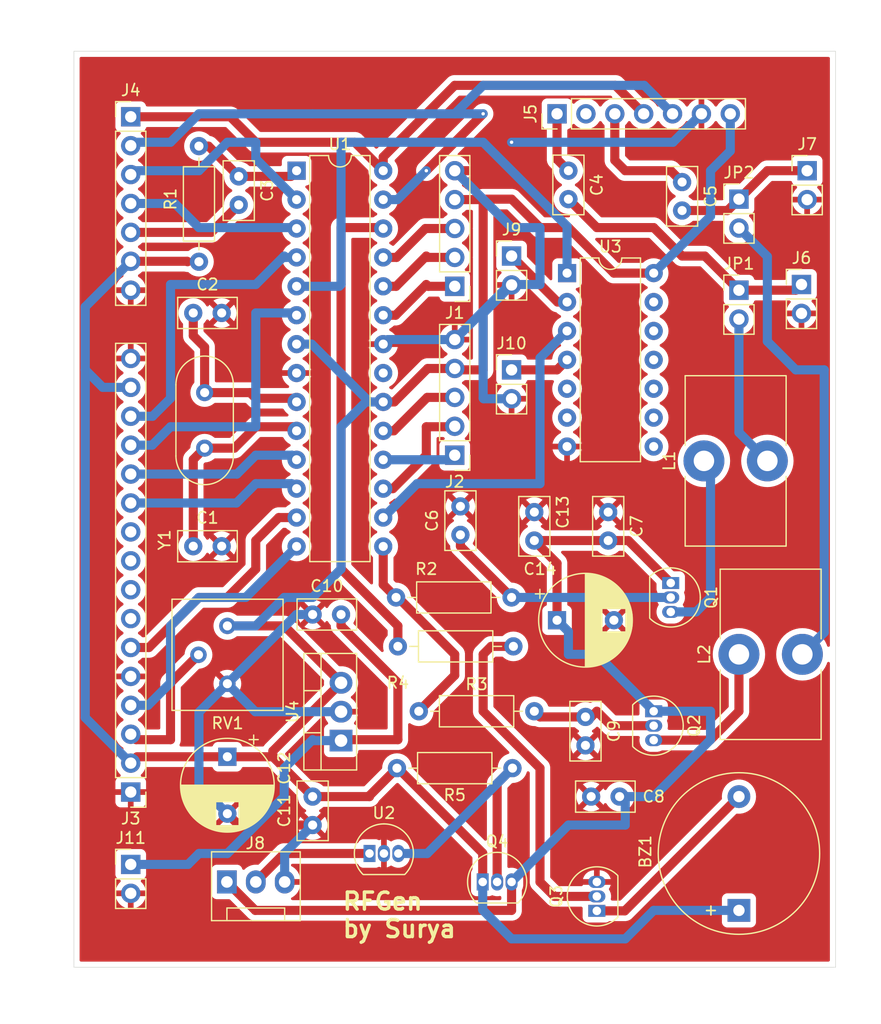
<source format=kicad_pcb>
(kicad_pcb (version 20240108) (generator "pcbnew") (generator_version "8.0")
  (layers (0 "F.Cu" signal) (31 "B.Cu" signal) (34 "B.Paste" user) (35 "F.Paste" user) (36 "B.SilkS" user "B.Silkscreen") (37 "F.SilkS" user "F.Silkscreen") (38 "B.Mask" user) (39 "F.Mask" user) (44 "Edge.Cuts" user))
  (net 0 "")
  (net 1 "Net-(BZ1--)")
  (net 2 "+5V")
  (net 3 "GND")
  (net 4 "Net-(U1-XTAL2{slash}PB7)")
  (net 5 "Net-(U1-XTAL1{slash}PB6)")
  (net 6 "Net-(U1-~{RESET}{slash}PC6)")
  (net 7 "reset")
  (net 8 "Net-(J6-Pin_1)")
  (net 9 "clk0")
  (net 10 "clk2")
  (net 11 "Net-(J7-Pin_1)")
  (net 12 "Net-(Q1-B)")
  (net 13 "Net-(J8-Pin_1)")
  (net 14 "Net-(Q2-B)")
  (net 15 "Net-(J11-Pin_1)")
  (net 16 "rots_dt")
  (net 17 "rots_sw")
  (net 18 "rots_clk")
  (net 19 "rotm_clk")
  (net 21 "rotm_sw")
  (net 22 "rotm_dt")
  (net 24 "lcd_D6")
  (net 27 "lcd_D4")
  (net 29 "lcd_D7")
  (net 30 "lcd_contrast")
  (net 31 "lcd_D5")
  (net 32 "lcd_rs")
  (net 33 "lcd_enb")
  (net 34 "scl")
  (net 35 "sda")
  (net 36 "rx")
  (net 37 "tx")
  (net 39 "Net-(J8-Pin_2)")
  (net 40 "Net-(J9-Pin_1)")
  (net 41 "Net-(J10-Pin_1)")
  (net 42 "Net-(JP1-B)")
  (net 43 "Net-(JP2-B)")
  (net 44 "Net-(Q1-E)")
  (net 45 "Net-(Q2-E)")
  (net 46 "Net-(Q3-B)")
  (net 47 "Net-(Q4-B)")
  (net 48 "bias")
  (net 49 "buzz")
  (net 50 "chanc")
  (net 51 "chand")
  (footprint "Capacitor_THT:C_Disc_D5.0mm_W2.5mm_P2.50mm" (layer "F.Cu") (at 87 92.5)
    (property "Reference" "C8")
    (property "Value" "10n")
  )
  (footprint "Capacitor_THT:CP_Radial_D8.0mm_P5.00mm" (layer "F.Cu") (at 55 89 -90)
    (property "Reference" "C12")
    (property "Value" "100u")
  )
  (footprint "Package_DIP:DIP-14_W7.62mm" (layer "F.Cu") (at 84.88 46.5)
    (property "Reference" "U3")
    (property "Value" "74HC04")
  )
  (footprint "Package_TO_SOT_THT:TO-92_Inline" (layer "F.Cu") (at 77.46 100)
    (property "Reference" "Q4")
    (property "Value" "BC547")
  )
  (footprint "Package_TO_SOT_THT:TO-92_Inline" (layer "F.Cu") (at 67.5 97.5)
    (property "Reference" "U2")
    (property "Value" "TL431LP")
  )
  (footprint "Inductor_THT:L_Toroid_Vertical_L14.7mm_W8.6mm_P5.58mm_Pulse_KM-1" (layer "F.Cu") (at 96.92 63 90)
    (property "Reference" "L1")
    (property "Value" "100u")
  )
  (footprint "Capacitor_THT:C_Disc_D5.0mm_W2.5mm_P2.50mm" (layer "F.Cu") (at 62.5 76.5)
    (property "Reference" "C10")
    (property "Value" "10n")
  )
  (footprint "Capacitor_THT:C_Disc_D5.0mm_W2.5mm_P2.50mm" (layer "F.Cu") (at 62.5 95 90)
    (property "Reference" "C11")
    (property "Value" "100n")
  )
  (footprint "Capacitor_THT:C_Disc_D5.0mm_W2.5mm_P2.50mm" (layer "F.Cu") (at 52 70.5)
    (property "Reference" "C1")
    (property "Value" "22p")
  )
  (footprint "Inductor_THT:L_Toroid_Vertical_L14.7mm_W8.6mm_P5.58mm_Pulse_KM-1" (layer "F.Cu") (at 100 80 90)
    (property "Reference" "L2")
    (property "Value" "100u")
  )
  (footprint "Resistor_THT:R_Axial_DIN0207_L6.3mm_D2.5mm_P10.16mm_Horizontal" (layer "F.Cu") (at 71.84 85)
    (property "Reference" "R3")
    (property "Value" "10k")
  )
  (footprint "Resistor_THT:R_Axial_DIN0207_L6.3mm_D2.5mm_P10.16mm_Horizontal" (layer "F.Cu") (at 52.5 35.34 -90)
    (property "Reference" "R1")
    (property "Value" "10k")
  )
  (footprint "Resistor_THT:R_Axial_DIN0207_L6.3mm_D2.5mm_P10.16mm_Horizontal" (layer "F.Cu") (at 69.84 75)
    (property "Reference" "R2")
    (property "Value" "10k")
  )
  (footprint "Package_TO_SOT_THT:TO-92_Inline" (layer "F.Cu") (at 87.5 102.54 90)
    (property "Reference" "Q3")
    (property "Value" "BC547")
  )
  (footprint "Capacitor_THT:C_Disc_D5.0mm_W2.5mm_P2.50mm" (layer "F.Cu") (at 56 38 -90)
    (property "Reference" "C3")
    (property "Value" "100n")
  )
  (footprint "Capacitor_THT:C_Disc_D5.0mm_W2.5mm_P2.50mm" (layer "F.Cu") (at 85 37.5 -90)
    (property "Reference" "C4")
    (property "Value" "100n")
  )
  (footprint "Capacitor_THT:CP_Radial_D8.0mm_P5.00mm" (layer "F.Cu") (at 84 77)
    (property "Reference" "C14")
    (property "Value" "100u")
  )
  (footprint "Capacitor_THT:C_Disc_D5.0mm_W2.5mm_P2.50mm" (layer "F.Cu") (at 86.5 85.5 -90)
    (property "Reference" "C9")
    (property "Value" "10n")
  )
  (footprint "Capacitor_THT:C_Disc_D5.0mm_W2.5mm_P2.50mm" (layer "F.Cu") (at 88.5 67.5 -90)
    (property "Reference" "C7")
    (property "Value" "10n")
  )
  (footprint "Connector_PinHeader_2.54mm:PinHeader_1x02_P2.54mm_Vertical" (layer "F.Cu") (at 46.5 98.46)
    (property "Reference" "J11")
    (property "Value" "pwrIn")
  )
  (footprint "Connector_PinHeader_2.54mm:PinHeader_1x02_P2.54mm_Vertical" (layer "F.Cu") (at 80 55)
    (property "Reference" "J10")
    (property "Value" "pwmC")
  )
  (footprint "Capacitor_THT:C_Disc_D5.0mm_W2.5mm_P2.50mm" (layer "F.Cu") (at 82 67.5 -90)
    (property "Reference" "C13")
    (property "Value" "100n")
  )
  (footprint "Connector_PinHeader_2.54mm:PinHeader_1x05_P2.54mm_Vertical" (layer "F.Cu") (at 75 47.66 180)
    (property "Reference" "J1")
    (property "Value" "select_rotary")
  )
  (footprint "Connector_PinHeader_2.54mm:PinHeader_1x16_P2.54mm_Vertical" (layer "F.Cu") (at 46.5 92.1 180)
    (property "Reference" "J3")
    (property "Value" "lcd_socket")
  )
  (footprint "Buzzer_Beeper:Buzzer_D14mm_H7mm_P10mm" (layer "F.Cu") (at 100 102.5 90)
    (property "Reference" "BZ1")
    (property "Value" "Buzzer")
  )
  (footprint "Capacitor_THT:C_Disc_D5.0mm_W2.5mm_P2.50mm" (layer "F.Cu") (at 95 38.5 -90)
    (property "Reference" "C5")
    (property "Value" "100n")
  )
  (footprint "Resistor_THT:R_Axial_DIN0207_L6.3mm_D2.5mm_P10.16mm_Horizontal" (layer "F.Cu") (at 70 79.3)
    (property "Reference" "R4")
    (property "Value" "2.2k")
  )
  (footprint "Connector_PinHeader_2.54mm:PinHeader_1x05_P2.54mm_Vertical" (layer "F.Cu") (at 75 62.5 180)
    (property "Reference" "J2")
    (property "Value" "mode_rotary")
  )
  (footprint "Package_TO_SOT_THT:TO-220-3_Vertical" (layer "F.Cu") (at 65 87.58 90)
    (property "Reference" "U4")
    (property "Value" "L7805")
  )
  (footprint "Connector_PinHeader_2.54mm:PinHeader_1x02_P2.54mm_Vertical" (layer "F.Cu") (at 105.5 47.5)
    (property "Reference" "J6")
    (property "Value" "clk0")
  )
  (footprint "Capacitor_THT:C_Disc_D5.0mm_W2.5mm_P2.50mm" (layer "F.Cu") (at 52 50)
    (property "Reference" "C2")
    (property "Value" "22p")
  )
  (footprint "Connector_PinHeader_2.54mm:PinHeader_1x07_P2.54mm_Vertical" (layer "F.Cu") (at 84 32.5 90)
    (property "Reference" "J5")
    (property "Value" "si5351")
  )
  (footprint "Crystal:Crystal_HC49-U_Vertical" (layer "F.Cu") (at 53 61.88 90)
    (property "Reference" "Y1")
    (property "Value" "20Mhz")
  )
  (footprint "Package_TO_SOT_THT:TO-92_Inline" (layer "F.Cu") (at 94 73.73 -90)
    (property "Reference" "Q1")
    (property "Value" "BC547")
  )
  (footprint "Resistor_THT:R_Axial_DIN0207_L6.3mm_D2.5mm_P10.16mm_Horizontal" (layer "F.Cu") (at 80.08 90 180)
    (property "Reference" "R5")
    (property "Value" "1k")
  )
  (footprint "Connector_PinHeader_2.54mm:PinHeader_1x02_P2.54mm_Vertical" (layer "F.Cu") (at 106 37.5)
    (property "Reference" "J7")
    (property "Value" "clk2")
  )
  (footprint "Connector_PinHeader_2.54mm:PinHeader_1x07_P2.54mm_Vertical" (layer "F.Cu") (at 46.5 32.76)
    (property "Reference" "J4")
    (property "Value" "comms")
  )
  (footprint "Package_DIP:DIP-28_W7.62mm" (layer "F.Cu") (at 61.09 37.5)
    (property "Reference" "U1")
    (property "Value" "ATmega328-P")
  )
  (footprint "Connector_PinHeader_2.54mm:PinHeader_1x02_P2.54mm_Vertical" (layer "F.Cu") (at 80 45)
    (property "Reference" "J9")
    (property "Value" "pwmD")
  )
  (footprint "Potentiometer_THT:Potentiometer_Bourns_3386P_Vertical" (layer "F.Cu") (at 55 77.5 180)
    (property "Reference" "RV1")
    (property "Value" "R_Potentiometer")
  )
  (footprint "Capacitor_THT:C_Disc_D5.0mm_W2.5mm_P2.50mm" (layer "F.Cu") (at 75.5 69.5 90)
    (property "Reference" "C6")
    (property "Value" "10n")
  )
  (footprint "Connector:FanPinHeader_1x03_P2.54mm_Vertical" (layer "F.Cu") (at 54.96 100)
    (property "Reference" "J8")
    (property "Value" "bias_pot")
  )
  (footprint "Package_TO_SOT_THT:TO-92_Inline" (layer "F.Cu") (at 92.5 85 -90)
    (property "Reference" "Q2")
    (property "Value" "BC547")
  )
  (footprint "Connector_PinHeader_2.54mm:PinHeader_1x02_P2.54mm_Vertical" (layer "F.Cu") (at 100 40)
    (property "Reference" "JP2")
    (property "Value" "Jumper_2_Open")
  )
  (footprint "Connector_PinHeader_2.54mm:PinHeader_1x02_P2.54mm_Vertical" (layer "F.Cu") (at 100 48)
    (property "Reference" "JP1")
    (property "Value" "Jumper_2_Open")
  )
  (gr_rect (start 41.5 27) (end 108.5 107.5) (stroke (width 0.05)) (fill none) (layer "Edge.Cuts"))
  (gr_text "RFGen\nby Surya" (at 65 105 0) (layer "F.SilkS") (effects (font (size 1.5 1.5) (thickness 0.3) (bold yes)) (justify left bottom)))
  (segment (start 87.5 102.54) (end 89.96 102.54) (width 0.8) (layer "F.Cu") (net 1))
  (segment (start 89.96 102.54) (end 100 92.5) (width 0.8) (layer "F.Cu") (net 1))
  (segment (start 68.71 57.82) (end 69.68 57.82) (width 0.8) (layer "F.Cu") (net 2))
  (segment (start 59 88.5) (end 65 82.5) (width 0.8) (layer "F.Cu") (net 2))
  (segment (start 77.46 40.04) (end 77.5 40) (width 0.8) (layer "F.Cu") (net 2))
  (segment (start 82.5 42.5) (end 80 40) (width 0.8) (layer "F.Cu") (net 2))
  (segment (start 59 89) (end 55 89) (width 0.8) (layer "F.Cu") (net 2))
  (segment (start 67.5 92.5) (end 67.5 92.42) (width 0.8) (layer "F.Cu") (net 2))
  (segment (start 77.5 40) (end 77.5 55) (width 0.8) (layer "F.Cu") (net 2))
  (segment (start 77.5 55) (end 75.12 55) (width 0.8) (layer "F.Cu") (net 2))
  (segment (start 80 40) (end 77.5 40) (width 0.8) (layer "F.Cu") (net 2))
  (segment (start 92.5 46.5) (end 89 46.5) (width 0.8) (layer "F.Cu") (net 2))
  (segment (start 47.06 89) (end 46.5 89.56) (width 0.8) (layer "F.Cu") (net 2))
  (segment (start 55 89) (end 47.06 89) (width 0.8) (layer "F.Cu") (net 2))
  (segment (start 77.46 100) (end 77.46 97.46) (width 0.8) (layer "F.Cu") (net 2))
  (segment (start 60 77.5) (end 55 77.5) (width 0.8) (layer "F.Cu") (net 2))
  (segment (start 77.46 97.46) (end 70 90) (width 0.8) (layer "F.Cu") (net 2))
  (segment (start 69.68 57.82) (end 72.62 54.88) (width 0.8) (layer "F.Cu") (net 2))
  (segment (start 67.5 92.42) (end 69.92 90) (width 0.8) (layer "F.Cu") (net 2))
  (segment (start 65 82.5) (end 60 77.5) (width 0.8) (layer "F.Cu") (net 2))
  (segment (start 75.12 55) (end 75 54.88) (width 0.8) (layer "F.Cu") (net 2))
  (segment (start 59 89) (end 59 88.5) (width 0.8) (layer "F.Cu") (net 2))
  (segment (start 75 40.04) (end 77.46 40.04) (width 0.8) (layer "F.Cu") (net 2))
  (segment (start 89 46.5) (end 85 42.5) (width 0.8) (layer "F.Cu") (net 2))
  (segment (start 72.62 54.88) (end 75 54.88) (width 0.8) (layer "F.Cu") (net 2))
  (segment (start 46.5 45.46) (end 51.46 45.46) (width 0.8) (layer "F.Cu") (net 2))
  (segment (start 62.5 92.5) (end 67.5 92.5) (width 0.8) (layer "F.Cu") (net 2))
  (segment (start 70 90) (end 69.92 90) (width 0.8) (layer "F.Cu") (net 2))
  (segment (start 62.5 92.5) (end 59 89) (width 0.8) (layer "F.Cu") (net 2))
  (segment (start 85 42.5) (end 82.5 42.5) (width 0.8) (layer "F.Cu") (net 2))
  (segment (start 51.46 45.46) (end 51.5 45.5) (width 0.8) (layer "F.Cu") (net 2))
  (segment (start 65 60) (end 65 72.5) (width 0.8) (layer "B.Cu") (net 2))
  (segment (start 62.42 52.74) (end 67.5 57.82) (width 0.8) (layer "B.Cu") (net 2))
  (segment (start 99.24 32.5) (end 99.24 35.76) (width 0.8) (layer "B.Cu") (net 2))
  (segment (start 77.46 102.46) (end 77.46 100) (width 0.8) (layer "B.Cu") (net 2))
  (segment (start 62.5 75) (end 60 75) (width 0.8) (layer "B.Cu") (net 2))
  (segment (start 42.5 49.46) (end 46.5 45.46) (width 0.8) (layer "B.Cu") (net 2))
  (segment (start 44.04 56.54) (end 42.5 55) (width 0.8) (layer "B.Cu") (net 2))
  (segment (start 92.5 102.5) (end 90 105) (width 0.8) (layer "B.Cu") (net 2))
  (segment (start 90 105) (end 80 105) (width 0.8) (layer "B.Cu") (net 2))
  (segment (start 65 72.5) (end 62.5 75) (width 0.8) (layer "B.Cu") (net 2))
  (segment (start 67.5 57.82) (end 67.18 57.82) (width 0.8) (layer "B.Cu") (net 2))
  (segment (start 97.5 37.5) (end 97.5 41.5) (width 0.8) (layer "B.Cu") (net 2))
  (segment (start 80 105) (end 77.46 102.46) (width 0.8) (layer "B.Cu") (net 2))
  (segment (start 68.71 57.82) (end 67.5 57.82) (width 0.8) (layer "B.Cu") (net 2))
  (segment (start 61.09 52.74) (end 62.42 52.74) (width 0.8) (layer "B.Cu") (net 2))
  (segment (start 42.5 55) (end 42.5 49.46) (width 0.8) (layer "B.Cu") (net 2))
  (segment (start 67.18 57.82) (end 65 60) (width 0.8) (layer "B.Cu") (net 2))
  (segment (start 42.5 55) (end 42.5 85.56) (width 0.8) (layer "B.Cu") (net 2))
  (segment (start 46.5 56.54) (end 44.04 56.54) (width 0.8) (layer "B.Cu") (net 2))
  (segment (start 60 75) (end 57.5 77.5) (width 0.8) (layer "B.Cu") (net 2))
  (segment (start 42.5 85.56) (end 46.5 89.56) (width 0.8) (layer "B.Cu") (net 2))
  (segment (start 57.5 77.5) (end 55 77.5) (width 0.8) (layer "B.Cu") (net 2))
  (segment (start 99.24 35.76) (end 97.5 37.5) (width 0.8) (layer "B.Cu") (net 2))
  (segment (start 100 102.5) (end 92.5 102.5) (width 0.8) (layer "B.Cu") (net 2))
  (segment (start 97.5 41.5) (end 92.5 46.5) (width 0.8) (layer "B.Cu") (net 2))
  (segment (start 56 95) (end 55 94) (width 0.8) (layer "F.Cu") (net 3))
  (segment (start 62.5 95) (end 56 95) (width 0.8) (layer "F.Cu") (net 3))
  (segment (start 75 37.5) (end 77.5 37.5) (width 0.8) (layer "F.Cu") (net 3))
  (segment (start 77.5 37.5) (end 80 35) (width 0.8) (layer "F.Cu") (net 3))
  (via (at 80 35) (size 0.6) (drill 0.3) (layers "F.Cu" "B.Cu") (net 3))
  (segment (start 65 85.04) (end 57.46 85.04) (width 0.8) (layer "B.Cu") (net 3))
  (segment (start 52.5 85.08) (end 52.5 92.5) (width 0.8) (layer "B.Cu") (net 3))
  (segment (start 80 57.54) (end 77.54 57.54) (width 0.8) (layer "B.Cu") (net 3))
  (segment (start 61.08 76.5) (end 55 82.58) (width 0.8) (layer "B.Cu") (net 3))
  (segment (start 68.71 52.74) (end 69.11 52.34) (width 0.8) (layer "B.Cu") (net 3))
  (segment (start 57.46 85.04) (end 55 82.58) (width 0.8) (layer "B.Cu") (net 3))
  (segment (start 62.5 76.5) (end 61.08 76.5) (width 0.8) (layer "B.Cu") (net 3))
  (segment (start 80.04 47.5) (end 80 47.54) (width 0.8) (layer "B.Cu") (net 3))
  (segment (start 80 42.5) (end 82.5 42.5) (width 0.8) (layer "B.Cu") (net 3))
  (segment (start 80 47.54) (end 79.8 47.54) (width 0.8) (layer "B.Cu") (net 3))
  (segment (start 55 82.58) (end 52.5 85.08) (width 0.8) (layer "B.Cu") (net 3))
  (segment (start 53.5 92.5) (end 55 94) (width 0.8) (layer "B.Cu") (net 3))
  (segment (start 52.5 92.5) (end 53.5 92.5) (width 0.8) (layer "B.Cu") (net 3))
  (segment (start 69.11 52.34) (end 75 52.34) (width 0.8) (layer "B.Cu") (net 3))
  (segment (start 80 35) (end 94.2 35) (width 0.8) (layer "B.Cu") (net 3))
  (segment (start 82.5 47.5) (end 80.04 47.5) (width 0.8) (layer "B.Cu") (net 3))
  (segment (start 77.5 57.5) (end 77.5 50.04) (width 0.8) (layer "B.Cu") (net 3))
  (segment (start 77.5 50.04) (end 80 47.54) (width 0.8) (layer "B.Cu") (net 3))
  (segment (start 82.5 42.5) (end 82.5 47.5) (width 0.8) (layer "B.Cu") (net 3))
  (segment (start 94.2 35) (end 96.7 32.5) (width 0.8) (layer "B.Cu") (net 3))
  (segment (start 79.8 47.54) (end 75 52.34) (width 0.8) (layer "B.Cu") (net 3))
  (segment (start 75 37.5) (end 80 42.5) (width 0.8) (layer "B.Cu") (net 3))
  (segment (start 77.54 57.54) (end 77.5 57.5) (width 0.8) (layer "B.Cu") (net 3))
  (segment (start 60.04 100) (end 60.04 97.46) (width 0.8) (layer "B.Cu") (net 3))
  (segment (start 60.04 97.46) (end 62.5 95) (width 0.8) (layer "B.Cu") (net 3))
  (segment (start 60.73 60) (end 61.09 60.36) (width 0.8) (layer "F.Cu") (net 4))
  (segment (start 53 61.88) (end 55.62 61.88) (width 0.8) (layer "F.Cu") (net 4))
  (segment (start 52 62.88) (end 52 70.5) (width 0.8) (layer "F.Cu") (net 4))
  (segment (start 55.62 61.88) (end 57.5 60) (width 0.8) (layer "F.Cu") (net 4))
  (segment (start 57.5 60) (end 60.73 60) (width 0.8) (layer "F.Cu") (net 4))
  (segment (start 53 61.88) (end 52 62.88) (width 0.8) (layer "F.Cu") (net 4))
  (segment (start 52 52) (end 52 50) (width 0.8) (layer "F.Cu") (net 5))
  (segment (start 57 57) (end 57.5 57.5) (width 0.8) (layer "F.Cu") (net 5))
  (segment (start 53 57) (end 53 53) (width 0.8) (layer "F.Cu") (net 5))
  (segment (start 57.5 57.5) (end 60.77 57.5) (width 0.8) (layer "F.Cu") (net 5))
  (segment (start 60.77 57.5) (end 61.09 57.82) (width 0.8) (layer "F.Cu") (net 5))
  (segment (start 53 57) (end 57 57) (width 0.8) (layer "F.Cu") (net 5))
  (segment (start 53 53) (end 52 52) (width 0.8) (layer "F.Cu") (net 5))
  (segment (start 53.34 35.34) (end 56 38) (width 0.8) (layer "F.Cu") (net 6))
  (segment (start 56 38) (end 60.59 38) (width 0.8) (layer "F.Cu") (net 6))
  (segment (start 60.59 38) (end 61.09 37.5) (width 0.8) (layer "F.Cu") (net 6))
  (segment (start 52.5 35.34) (end 53.34 35.34) (width 0.8) (layer "F.Cu") (net 6))
  (segment (start 46.5 42.92) (end 53.58 42.92) (width 0.8) (layer "F.Cu") (net 7))
  (segment (start 53.58 42.92) (end 56 40.5) (width 0.8) (layer "F.Cu") (net 7))
  (segment (start 87.5 42.5) (end 85 40) (width 0.8) (layer "F.Cu") (net 8))
  (segment (start 100 48) (end 105 48) (width 0.8) (layer "F.Cu") (net 8))
  (segment (start 100 48) (end 97 45) (width 0.8) (layer "F.Cu") (net 8))
  (segment (start 92.5 42.5) (end 87.5 42.5) (width 0.8) (layer "F.Cu") (net 8))
  (segment (start 97 45) (end 95 45) (width 0.8) (layer "F.Cu") (net 8))
  (segment (start 105 48) (end 105.5 47.5) (width 0.8) (layer "F.Cu") (net 8))
  (segment (start 95 45) (end 92.5 42.5) (width 0.8) (layer "F.Cu") (net 8))
  (segment (start 84 32.5) (end 84 36.5) (width 0.8) (layer "F.Cu") (net 9))
  (segment (start 84 36.5) (end 85 37.5) (width 0.8) (layer "F.Cu") (net 9))
  (segment (start 94 37.5) (end 95 38.5) (width 0.8) (layer "F.Cu") (net 10))
  (segment (start 89.08 36.58) (end 90 37.5) (width 0.8) (layer "F.Cu") (net 10))
  (segment (start 90 37.5) (end 94 37.5) (width 0.8) (layer "F.Cu") (net 10))
  (segment (start 89.08 32.5) (end 89.08 36.58) (width 0.8) (layer "F.Cu") (net 10))
  (segment (start 100 40) (end 99 41) (width 0.8) (layer "F.Cu") (net 11))
  (segment (start 102.5 37.5) (end 106 37.5) (width 0.8) (layer "F.Cu") (net 11))
  (segment (start 100 40) (end 102.5 37.5) (width 0.8) (layer "F.Cu") (net 11))
  (segment (start 99 41) (end 95 41) (width 0.8) (layer "F.Cu") (net 11))
  (segment (start 75.5 69.5) (end 75.5 70.5) (width 0.8) (layer "F.Cu") (net 12))
  (segment (start 75.5 70.5) (end 80 75) (width 0.8) (layer "F.Cu") (net 12))
  (segment (start 87.5 75) (end 92.5 75) (width 0.8) (layer "B.Cu") (net 12))
  (segment (start 80 75) (end 87.5 75) (width 0.8) (layer "B.Cu") (net 12))
  (segment (start 92.5 75) (end 94 75) (width 0.8) (layer "B.Cu") (net 12))
  (segment (start 90.27 70) (end 94 73.73) (width 0.8) (layer "F.Cu") (net 13))
  (segment (start 82 70) (end 84 72) (width 0.8) (layer "F.Cu") (net 13))
  (segment (start 88.5 70) (end 82 70) (width 0.8) (layer "F.Cu") (net 13))
  (segment (start 84 72) (end 84 77) (width 0.8) (layer "F.Cu") (net 13))
  (segment (start 80 102.5) (end 80 100) (width 0.8) (layer "F.Cu") (net 13))
  (segment (start 57.46 102.5) (end 80 102.5) (width 0.8) (layer "F.Cu") (net 13))
  (segment (start 54.96 100) (end 57.46 102.5) (width 0.8) (layer "F.Cu") (net 13))
  (segment (start 88.5 70) (end 90.27 70) (width 0.8) (layer "F.Cu") (net 13))
  (segment (start 85 80) (end 85 78) (width 0.8) (layer "B.Cu") (net 13))
  (segment (start 92.5 92.5) (end 89.5 92.5) (width 0.8) (layer "B.Cu") (net 13))
  (segment (start 97.5 85) (end 97.5 87.5) (width 0.8) (layer "B.Cu") (net 13))
  (segment (start 85 78) (end 84 77) (width 0.8) (layer "B.Cu") (net 13))
  (segment (start 90 93) (end 89.5 92.5) (width 0.8) (layer "B.Cu") (net 13))
  (segment (start 92.5 85) (end 97.5 85) (width 0.8) (layer "B.Cu") (net 13))
  (segment (start 80 100) (end 85 95) (width 0.8) (layer "B.Cu") (net 13))
  (segment (start 90 95) (end 90 93) (width 0.8) (layer "B.Cu") (net 13))
  (segment (start 87.5 80) (end 85 80) (width 0.8) (layer "B.Cu") (net 13))
  (segment (start 97.5 87.5) (end 92.5 92.5) (width 0.8) (layer "B.Cu") (net 13))
  (segment (start 92.5 85) (end 87.5 80) (width 0.8) (layer "B.Cu") (net 13))
  (segment (start 85 95) (end 90 95) (width 0.8) (layer "B.Cu") (net 13))
  (segment (start 92.5 86.27) (end 88.77 86.27) (width 0.8) (layer "F.Cu") (net 14))
  (segment (start 82.5 85.5) (end 82 85) (width 0.8) (layer "F.Cu") (net 14))
  (segment (start 88.77 86.27) (end 87.5 85) (width 0.8) (layer "F.Cu") (net 14))
  (segment (start 86.5 85.5) (end 82.5 85.5) (width 0.8) (layer "F.Cu") (net 14))
  (segment (start 87.5 85) (end 87 85.5) (width 0.8) (layer "F.Cu") (net 14))
  (segment (start 87 85.5) (end 86.5 85.5) (width 0.8) (layer "F.Cu") (net 14))
  (segment (start 70 87.5) (end 65.08 87.5) (width 0.8) (layer "F.Cu") (net 15))
  (segment (start 70 82.5) (end 70 87.5) (width 0.8) (layer "F.Cu") (net 15))
  (segment (start 65 76.5) (end 65 77.5) (width 0.8) (layer "F.Cu") (net 15))
  (segment (start 65 77.5) (end 70 82.5) (width 0.8) (layer "F.Cu") (net 15))
  (segment (start 65.08 87.5) (end 65 87.58) (width 0.8) (layer "F.Cu") (net 15))
  (segment (start 55 97.5) (end 60 92.5) (width 0.8) (layer "B.Cu") (net 15))
  (segment (start 52.5 97.5) (end 55 97.5) (width 0.8) (layer "B.Cu") (net 15))
  (segment (start 60 92.5) (end 60 90) (width 0.8) (layer "B.Cu") (net 15))
  (segment (start 46.5 98.46) (end 51.54 98.46) (width 0.8) (layer "B.Cu") (net 15))
  (segment (start 51.54 98.46) (end 52.5 97.5) (width 0.8) (layer "B.Cu") (net 15))
  (segment (start 60 90) (end 62.5 87.5) (width 0.8) (layer "B.Cu") (net 15))
  (segment (start 62.58 87.58) (end 65 87.58) (width 0.8) (layer "B.Cu") (net 15))
  (segment (start 62.5 87.5) (end 62.58 87.58) (width 0.8) (layer "B.Cu") (net 15))
  (segment (start 72.5 45) (end 72.62 45.12) (width 0.8) (layer "F.Cu") (net 16))
  (segment (start 69.84 47.66) (end 72.5 45) (width 0.8) (layer "F.Cu") (net 16))
  (segment (start 72.62 45.12) (end 75 45.12) (width 0.8) (layer "F.Cu") (net 16))
  (segment (start 68.71 47.66) (end 69.84 47.66) (width 0.8) (layer "F.Cu") (net 16))
  (segment (start 72.42 42.58) (end 75 42.58) (width 0.8) (layer "F.Cu") (net 17))
  (segment (start 69.88 45.12) (end 72.42 42.58) (width 0.8) (layer "F.Cu") (net 17))
  (segment (start 68.71 45.12) (end 69.88 45.12) (width 0.8) (layer "F.Cu") (net 17))
  (segment (start 72.5 47.5) (end 72.66 47.66) (width 0.8) (layer "F.Cu") (net 18))
  (segment (start 68.71 50.2) (end 69.8 50.2) (width 0.8) (layer "F.Cu") (net 18))
  (segment (start 69.8 50.2) (end 72.5 47.5) (width 0.8) (layer "F.Cu") (net 18))
  (segment (start 72.66 47.66) (end 75 47.66) (width 0.8) (layer "F.Cu") (net 18))
  (segment (start 68.71 62.9) (end 74.6 62.9) (width 0.8) (layer "B.Cu") (net 19))
  (segment (start 74.6 62.9) (end 75 62.5) (width 0.8) (layer "B.Cu") (net 19))
  (segment (start 69.64 60.36) (end 72.58 57.42) (width 0.8) (layer "F.Cu") (net 21))
  (segment (start 72.58 57.42) (end 75 57.42) (width 0.8) (layer "F.Cu") (net 21))
  (segment (start 68.71 60.36) (end 69.64 60.36) (width 0.8) (layer "F.Cu") (net 21))
  (segment (start 68.71 65.44) (end 69.56 65.44) (width 0.8) (layer "F.Cu") (net 22))
  (segment (start 72.5 62.5) (end 72.5 60) (width 0.8) (layer "F.Cu") (net 22))
  (segment (start 72.5 60) (end 74.96 60) (width 0.8) (layer "F.Cu") (net 22))
  (segment (start 74.96 60) (end 75 59.96) (width 0.8) (layer "F.Cu") (net 22))
  (segment (start 69.56 65.44) (end 72.5 62.5) (width 0.8) (layer "F.Cu") (net 22))
  (segment (start 57.5 50) (end 60.89 50) (width 0.8) (layer "B.Cu") (net 24))
  (segment (start 50 60) (end 57.5 60) (width 0.8) (layer "B.Cu") (net 24))
  (segment (start 46.5 61.62) (end 48.38 61.62) (width 0.8) (layer "B.Cu") (net 24))
  (segment (start 57.5 60) (end 57.5 50) (width 0.8) (layer "B.Cu") (net 24))
  (segment (start 60.89 50) (end 61.09 50.2) (width 0.8) (layer "B.Cu") (net 24))
  (segment (start 48.38 61.62) (end 50 60) (width 0.8) (layer "B.Cu") (net 24))
  (segment (start 55.8 66.7) (end 57.5 65) (width 0.8) (layer "B.Cu") (net 27))
  (segment (start 46.5 66.7) (end 55.8 66.7) (width 0.8) (layer "B.Cu") (net 27))
  (segment (start 57.5 65) (end 60.65 65) (width 0.8) (layer "B.Cu") (net 27))
  (segment (start 60.65 65) (end 61.09 65.44) (width 0.8) (layer "B.Cu") (net 27))
  (segment (start 57.5 47.5) (end 60 45) (width 0.8) (layer "B.Cu") (net 29))
  (segment (start 60 45) (end 60.12 45.12) (width 0.8) (layer "B.Cu") (net 29))
  (segment (start 46.5 59.08) (end 48.42 59.08) (width 0.8) (layer "B.Cu") (net 29))
  (segment (start 50 57.5) (end 50 47.5) (width 0.8) (layer "B.Cu") (net 29))
  (segment (start 60.12 45.12) (end 61.09 45.12) (width 0.8) (layer "B.Cu") (net 29))
  (segment (start 48.42 59.08) (end 50 57.5) (width 0.8) (layer "B.Cu") (net 29))
  (segment (start 50 47.5) (end 57.5 47.5) (width 0.8) (layer "B.Cu") (net 29))
  (segment (start 46.98 87.5) (end 46.5 87.02) (width 0.8) (layer "F.Cu") (net 30))
  (segment (start 50 82.5) (end 50 87.5) (width 0.8) (layer "F.Cu") (net 30))
  (segment (start 50 87.5) (end 46.98 87.5) (width 0.8) (layer "F.Cu") (net 30))
  (segment (start 52.46 80.04) (end 50 82.5) (width 0.8) (layer "F.Cu") (net 30))
  (segment (start 46.5 64.16) (end 55.84 64.16) (width 0.8) (layer "B.Cu") (net 31))
  (segment (start 60.69 62.5) (end 61.09 62.9) (width 0.8) (layer "B.Cu") (net 31))
  (segment (start 57.5 62.5) (end 60.69 62.5) (width 0.8) (layer "B.Cu") (net 31))
  (segment (start 55.84 64.16) (end 57.5 62.5) (width 0.8) (layer "B.Cu") (net 31))
  (segment (start 52.5 75) (end 56.61 75) (width 0.8) (layer "B.Cu") (net 32))
  (segment (start 46.5 84.48) (end 48.02 84.48) (width 0.8) (layer "B.Cu") (net 32))
  (segment (start 56.61 75) (end 61.09 70.52) (width 0.8) (layer "B.Cu") (net 32))
  (segment (start 50 82.5) (end 50 77.5) (width 0.8) (layer "B.Cu") (net 32))
  (segment (start 50 77.5) (end 52.5 75) (width 0.8) (layer "B.Cu") (net 32))
  (segment (start 48.02 84.48) (end 50 82.5) (width 0.8) (layer "B.Cu") (net 32))
  (segment (start 57.5 70) (end 59.52 67.98) (width 0.8) (layer "F.Cu") (net 33))
  (segment (start 57.5 72.5) (end 57.5 70) (width 0.8) (layer "F.Cu") (net 33))
  (segment (start 55 75) (end 57.5 72.5) (width 0.8) (layer "F.Cu") (net 33))
  (segment (start 59.52 67.98) (end 61.09 67.98) (width 0.8) (layer "F.Cu") (net 33))
  (segment (start 48.1 79.4) (end 52.5 75) (width 0.8) (layer "F.Cu") (net 33))
  (segment (start 52.5 75) (end 55 75) (width 0.8) (layer "F.Cu") (net 33))
  (segment (start 46.5 79.4) (end 48.1 79.4) (width 0.8) (layer "F.Cu") (net 33))
  (segment (start 55.26 32.76) (end 57.5 35) (width 0.8) (layer "F.Cu") (net 34))
  (segment (start 46.5 32.76) (end 55.26 32.76) (width 0.8) (layer "F.Cu") (net 34))
  (segment (start 57.5 35) (end 66.21 35) (width 0.8) (layer "F.Cu") (net 34))
  (segment (start 75 30) (end 89.12 30) (width 0.8) (layer "F.Cu") (net 34))
  (segment (start 68.71 37.5) (end 68.71 36.29) (width 0.8) (layer "F.Cu") (net 34))
  (segment (start 68.71 36.29) (end 75 30) (width 0.8) (layer "F.Cu") (net 34))
  (segment (start 89.12 30) (end 91.62 32.5) (width 0.8) (layer "F.Cu") (net 34))
  (segment (start 66.21 35) (end 68.71 37.5) (width 0.8) (layer "F.Cu") (net 34))
  (segment (start 72.5 37.5) (end 77.5 32.5) (width 0.8) (layer "F.Cu") (net 35))
  (via (at 72.5 37.5) (size 0.6) (drill 0.3) (layers "F.Cu" "B.Cu") (net 35))
  (via (at 77.5 32.5) (size 0.6) (drill 0.3) (layers "F.Cu" "B.Cu") (net 35))
  (segment (start 68.71 40.04) (end 69.96 40.04) (width 0.8) (layer "B.Cu") (net 35))
  (segment (start 77.5 32.5) (end 75 32.5) (width 0.8) (layer "B.Cu") (net 35))
  (segment (start 75 32.5) (end 77.5 30) (width 0.8) (layer "B.Cu") (net 35))
  (segment (start 52.5 32.5) (end 50 35) (width 0.8) (layer "B.Cu") (net 35))
  (segment (start 91.66 30) (end 94.16 32.5) (width 0.8) (layer "B.Cu") (net 35))
  (segment (start 75 32.5) (end 62.5 32.5) (width 0.8) (layer "B.Cu") (net 35))
  (segment (start 50 35) (end 46.8 35) (width 0.8) (layer "B.Cu") (net 35))
  (segment (start 62.5 32.5) (end 52.5 32.5) (width 0.8) (layer "B.Cu") (net 35))
  (segment (start 69.96 40.04) (end 72.5 37.5) (width 0.8) (layer "B.Cu") (net 35))
  (segment (start 77.5 30) (end 91.66 30) (width 0.8) (layer "B.Cu") (net 35))
  (segment (start 46.8 35) (end 46.5 35.3) (width 0.8) (layer "B.Cu") (net 35))
  (segment (start 57.5 36.45) (end 61.09 40.04) (width 0.8) (layer "B.Cu") (net 36))
  (segment (start 52.5 37.5) (end 55 35) (width 0.8) (layer "B.Cu") (net 36))
  (segment (start 57.5 35) (end 57.5 36.45) (width 0.8) (layer "B.Cu") (net 36))
  (segment (start 55 35) (end 57.5 35) (width 0.8) (layer "B.Cu") (net 36))
  (segment (start 46.5 37.84) (end 46.84 37.5) (width 0.8) (layer "B.Cu") (net 36))
  (segment (start 46.84 37.5) (end 52.5 37.5) (width 0.8) (layer "B.Cu") (net 36))
  (segment (start 52.5 42.5) (end 61.01 42.5) (width 0.8) (layer "B.Cu") (net 37))
  (segment (start 50.38 40.38) (end 52.5 42.5) (width 0.8) (layer "B.Cu") (net 37))
  (segment (start 61.01 42.5) (end 61.09 42.58) (width 0.8) (layer "B.Cu") (net 37))
  (segment (start 46.5 40.38) (end 50.38 40.38) (width 0.8) (layer "B.Cu") (net 37))
  (segment (start 57.5 100) (end 60 97.5) (width 0.8) (layer "F.Cu") (net 39))
  (segment (start 60 97.5) (end 67.5 97.5) (width 0.8) (layer "F.Cu") (net 39))
  (segment (start 80 45) (end 84.04 49.04) (width 0.8) (layer "F.Cu") (net 40))
  (segment (start 84.04 49.04) (end 84.88 49.04) (width 0.8) (layer "F.Cu") (net 40))
  (segment (start 84 55) (end 84.88 54.12) (width 0.8) (layer "F.Cu") (net 41))
  (segment (start 80 55) (end 84 55) (width 0.8) (layer "F.Cu") (net 41))
  (segment (start 100 60.5) (end 100 50.54) (width 0.8) (layer "B.Cu") (net 42))
  (segment (start 102.5 63) (end 100 60.5) (width 0.8) (layer "B.Cu") (net 42))
  (segment (start 107.5 55) (end 105 55) (width 0.8) (layer "B.Cu") (net 43))
  (segment (start 105 55) (end 102.5 52.5) (width 0.8) (layer "B.Cu") (net 43))
  (segment (start 102.5 52.5) (end 102.5 45.04) (width 0.8) (layer "B.Cu") (net 43))
  (segment (start 107.5 78.08) (end 107.5 55) (width 0.8) (layer "B.Cu") (net 43))
  (segment (start 105.58 80) (end 107.5 78.08) (width 0.8) (layer "B.Cu") (net 43))
  (segment (start 102.5 45.04) (end 100 42.54) (width 0.8) (layer "B.Cu") (net 43))
  (segment (start 97.5 63.58) (end 96.92 63) (width 0.8) (layer "B.Cu") (net 44))
  (segment (start 97.5 75) (end 97.5 63.58) (width 0.8) (layer "B.Cu") (net 44))
  (segment (start 96.23 76.27) (end 97.5 75) (width 0.8) (layer "B.Cu") (net 44))
  (segment (start 94 76.27) (end 96.23 76.27) (width 0.8) (layer "B.Cu") (net 44))
  (segment (start 92.5 87.54) (end 97.46 87.54) (width 0.8) (layer "F.Cu") (net 45))
  (segment (start 97.46 87.54) (end 100 85) (width 0.8) (layer "F.Cu") (net 45))
  (segment (start 100 85) (end 100 80) (width 0.8) (layer "F.Cu") (net 45))
  (segment (start 78.2 79.3) (end 77.5 80) (width 0.8) (layer "F.Cu") (net 46))
  (segment (start 82.5 90) (end 77.5 85) (width 0.8) (layer "F.Cu") (net 46))
  (segment (start 77.5 85) (end 77.5 80) (width 0.8) (layer "F.Cu") (net 46))
  (segment (start 83.77 101.27) (end 82.5 100) (width 0.8) (layer "F.Cu") (net 46))
  (segment (start 82.5 100) (end 82.5 90) (width 0.8) (layer "F.Cu") (net 46))
  (segment (start 87.5 101.27) (end 83.77 101.27) (width 0.8) (layer "F.Cu") (net 46))
  (segment (start 80.16 79.3) (end 78.2 79.3) (width 0.8) (layer "F.Cu") (net 46))
  (segment (start 78.73 91.35) (end 80.08 90) (width 0.8) (layer "F.Cu") (net 47))
  (segment (start 78.73 100) (end 78.73 91.35) (width 0.8) (layer "F.Cu") (net 47))
  (segment (start 72.58 97.5) (end 80.08 90) (width 0.8) (layer "B.Cu") (net 47))
  (segment (start 70.04 97.5) (end 72.58 97.5) (width 0.8) (layer "B.Cu") (net 47))
  (segment (start 68.71 70.52) (end 68.71 73.87) (width 0.8) (layer "F.Cu") (net 48))
  (segment (start 70 75) (end 69.84 75) (width 0.8) (layer "F.Cu") (net 48))
  (segment (start 68.71 73.87) (end 69.84 75) (width 0.8) (layer "F.Cu") (net 48))
  (segment (start 75 81.84) (end 75 80) (width 0.8) (layer "F.Cu") (net 48))
  (segment (start 75 80) (end 70 75) (width 0.8) (layer "F.Cu") (net 48))
  (segment (start 71.84 85) (end 75 81.84) (width 0.8) (layer "F.Cu") (net 48))
  (segment (start 65 42.5) (end 68.63 42.5) (width 0.8) (layer "F.Cu") (net 49))
  (segment (start 70 79.3) (end 70 77.5) (width 0.8) (layer "F.Cu") (net 49))
  (segment (start 70 77.5) (end 65 72.5) (width 0.8) (layer "F.Cu") (net 49))
  (segment (start 65 72.5) (end 65 42.5) (width 0.8) (layer "F.Cu") (net 49))
  (segment (start 68.63 42.5) (end 68.71 42.58) (width 0.8) (layer "F.Cu") (net 49))
  (segment (start 82.5 65) (end 82.5 53.96) (width 0.8) (layer "B.Cu") (net 50))
  (segment (start 68.71 67.98) (end 71.69 65) (width 0.8) (layer "B.Cu") (net 50))
  (segment (start 71.69 65) (end 82.5 65) (width 0.8) (layer "B.Cu") (net 50))
  (segment (start 82.5 53.96) (end 84.88 51.58) (width 0.8) (layer "B.Cu") (net 50))
  (segment (start 61.09 47.66) (end 64.84 47.66) (width 0.8) (layer "B.Cu") (net 51))
  (segment (start 84.88 42.38) (end 84.88 46.5) (width 0.8) (layer "B.Cu") (net 51))
  (segment (start 65 35) (end 77.5 35) (width 0.8) (layer "B.Cu") (net 51))
  (segment (start 77.5 35) (end 84.88 42.38) (width 0.8) (layer "B.Cu") (net 51))
  (segment (start 65 47.5) (end 65 35) (width 0.8) (layer "B.Cu") (net 51))
  (segment (start 64.84 47.66) (end 65 47.5) (width 0.8) (layer "B.Cu") (net 51))
  (zone (net 3) (net_name "GND") (layer "F.Cu") (connect_pads (clearance 0.5)) (min_thickness 0.25) (fill yes (thermal_gap 0.5) (thermal_bridge_width 0.5))
    (polygon (pts (xy 112.5 22.5) (xy 112.5 112.5) (xy 35 112.5) (xy 35 22.5)))
  )
)
</source>
